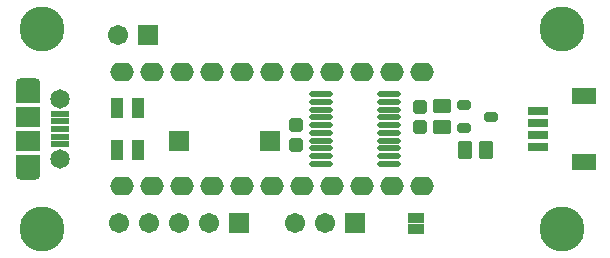
<source format=gbs>
G04 Layer_Color=16711935*
%FSLAX44Y44*%
%MOMM*%
G71*
G01*
G75*
G04:AMPARAMS|DCode=37|XSize=1.2032mm|YSize=1.1032mm|CornerRadius=0.2141mm|HoleSize=0mm|Usage=FLASHONLY|Rotation=180.000|XOffset=0mm|YOffset=0mm|HoleType=Round|Shape=RoundedRectangle|*
%AMROUNDEDRECTD37*
21,1,1.2032,0.6750,0,0,180.0*
21,1,0.7750,1.1032,0,0,180.0*
1,1,0.4282,-0.3875,0.3375*
1,1,0.4282,0.3875,0.3375*
1,1,0.4282,0.3875,-0.3375*
1,1,0.4282,-0.3875,-0.3375*
%
%ADD37ROUNDEDRECTD37*%
%ADD39R,1.7532X0.8032*%
%ADD40R,2.0032X1.4032*%
%ADD41R,1.7032X1.7032*%
%ADD42C,1.7032*%
%ADD43O,2.0032X1.6032*%
G04:AMPARAMS|DCode=44|XSize=1.7032mm|YSize=2.1032mm|CornerRadius=0.4766mm|HoleSize=0mm|Usage=FLASHONLY|Rotation=90.000|XOffset=0mm|YOffset=0mm|HoleType=Round|Shape=RoundedRectangle|*
%AMROUNDEDRECTD44*
21,1,1.7032,1.1500,0,0,90.0*
21,1,0.7500,2.1032,0,0,90.0*
1,1,0.9532,0.5750,0.3750*
1,1,0.9532,0.5750,-0.3750*
1,1,0.9532,-0.5750,-0.3750*
1,1,0.9532,-0.5750,0.3750*
%
%ADD44ROUNDEDRECTD44*%
%ADD45C,1.6532*%
%ADD46C,3.8032*%
%ADD47R,1.4732X0.8382*%
G04:AMPARAMS|DCode=48|XSize=1.6032mm|YSize=1.2032mm|CornerRadius=0.2266mm|HoleSize=0mm|Usage=FLASHONLY|Rotation=180.000|XOffset=0mm|YOffset=0mm|HoleType=Round|Shape=RoundedRectangle|*
%AMROUNDEDRECTD48*
21,1,1.6032,0.7500,0,0,180.0*
21,1,1.1500,1.2032,0,0,180.0*
1,1,0.4532,-0.5750,0.3750*
1,1,0.4532,0.5750,0.3750*
1,1,0.4532,0.5750,-0.3750*
1,1,0.4532,-0.5750,-0.3750*
%
%ADD48ROUNDEDRECTD48*%
G04:AMPARAMS|DCode=49|XSize=1.6032mm|YSize=1.2032mm|CornerRadius=0.2266mm|HoleSize=0mm|Usage=FLASHONLY|Rotation=90.000|XOffset=0mm|YOffset=0mm|HoleType=Round|Shape=RoundedRectangle|*
%AMROUNDEDRECTD49*
21,1,1.6032,0.7500,0,0,90.0*
21,1,1.1500,1.2032,0,0,90.0*
1,1,0.4532,0.3750,0.5750*
1,1,0.4532,0.3750,-0.5750*
1,1,0.4532,-0.3750,-0.5750*
1,1,0.4532,-0.3750,0.5750*
%
%ADD49ROUNDEDRECTD49*%
G04:AMPARAMS|DCode=50|XSize=0.8032mm|YSize=1.2032mm|CornerRadius=0.1766mm|HoleSize=0mm|Usage=FLASHONLY|Rotation=90.000|XOffset=0mm|YOffset=0mm|HoleType=Round|Shape=RoundedRectangle|*
%AMROUNDEDRECTD50*
21,1,0.8032,0.8500,0,0,90.0*
21,1,0.4500,1.2032,0,0,90.0*
1,1,0.3532,0.4250,0.2250*
1,1,0.3532,0.4250,-0.2250*
1,1,0.3532,-0.4250,-0.2250*
1,1,0.3532,-0.4250,0.2250*
%
%ADD50ROUNDEDRECTD50*%
%ADD51R,2.1032X1.7032*%
%ADD52R,1.5532X0.6032*%
%ADD53O,2.0032X0.5532*%
%ADD54R,1.0668X1.7192*%
D37*
X350000Y116500D02*
D03*
Y133500D02*
D03*
X245000Y101500D02*
D03*
Y118500D02*
D03*
D39*
X450000Y130000D02*
D03*
Y120000D02*
D03*
Y110000D02*
D03*
Y100000D02*
D03*
D40*
X489000Y143000D02*
D03*
Y87000D02*
D03*
D41*
X146500Y105000D02*
D03*
X223500D02*
D03*
X120000Y195000D02*
D03*
X197000Y35000D02*
D03*
X295000Y35000D02*
D03*
D42*
X94600Y195000D02*
D03*
X95400Y35000D02*
D03*
X120800D02*
D03*
X146200D02*
D03*
X171600D02*
D03*
X269600Y35000D02*
D03*
X244200D02*
D03*
D43*
X352000Y163250D02*
D03*
X326600D02*
D03*
X301200D02*
D03*
X275800D02*
D03*
X250400D02*
D03*
X225000D02*
D03*
X199600D02*
D03*
X174200D02*
D03*
X148800D02*
D03*
X123400D02*
D03*
X98000D02*
D03*
Y66750D02*
D03*
X123400D02*
D03*
X148800D02*
D03*
X174200D02*
D03*
X199600D02*
D03*
X225000D02*
D03*
X250400D02*
D03*
X275800D02*
D03*
X301200D02*
D03*
X326600D02*
D03*
X352000D02*
D03*
D44*
X18000Y150000D02*
D03*
Y80000D02*
D03*
D45*
X45000Y140000D02*
D03*
Y90000D02*
D03*
D46*
X470000Y200000D02*
D03*
X30000D02*
D03*
Y30000D02*
D03*
X470000D02*
D03*
D47*
X346500Y40000D02*
D03*
X346500Y29920D02*
D03*
D48*
X368520Y134540D02*
D03*
Y116540D02*
D03*
D49*
X406420Y97340D02*
D03*
X388420D02*
D03*
D50*
X387020Y116040D02*
D03*
Y135040D02*
D03*
X410020Y125540D02*
D03*
D51*
X18000Y145500D02*
D03*
Y125000D02*
D03*
Y105000D02*
D03*
Y84500D02*
D03*
D52*
X45000Y115000D02*
D03*
Y121500D02*
D03*
Y128000D02*
D03*
Y108500D02*
D03*
Y102000D02*
D03*
D53*
X323500Y144250D02*
D03*
Y137750D02*
D03*
Y131250D02*
D03*
Y124750D02*
D03*
Y118250D02*
D03*
Y111750D02*
D03*
Y105250D02*
D03*
Y98750D02*
D03*
Y92250D02*
D03*
Y85750D02*
D03*
X266500Y144250D02*
D03*
Y137750D02*
D03*
Y118250D02*
D03*
Y111750D02*
D03*
Y105250D02*
D03*
Y98750D02*
D03*
Y92250D02*
D03*
Y85750D02*
D03*
Y131250D02*
D03*
Y124750D02*
D03*
D54*
X111390Y97500D02*
D03*
Y132526D02*
D03*
X93750Y97500D02*
D03*
Y132526D02*
D03*
M02*

</source>
